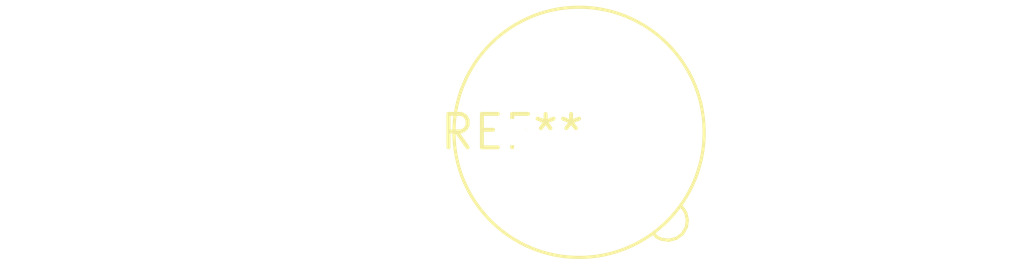
<source format=kicad_pcb>
(kicad_pcb (version 20240108) (generator pcbnew)
  (layers (0 "F.Cu" signal) (31 "B.Cu" signal) (34 "B.Paste" user) (35 "F.Paste" user) (36 "B.SilkS" user "B.Silkscreen") (37 "F.SilkS" user "F.Silkscreen") (38 "B.Mask" user) (39 "F.Mask" user) (44 "Edge.Cuts" user))
  (net 0 "")
  (footprint "Fuseholder_TR5_Littelfuse_No560_No460" (layer "F.Cu") (at 0 0)
    (property "Reference" "REF**")
    (property "Value" "Fuseholder_TR5_Littelfuse_No560_No460")
    (fp_line (start 5.49 3.99) (end 5.36 3.84) (layer "F.SilkS") (stroke (width 0.12)))
    (fp_line (start 5.67 4.07) (end 5.49 3.99) (layer "F.SilkS") (stroke (width 0.12)))
    (fp_line (start 5.96 4.11) (end 5.67 4.07) (layer "F.SilkS") (stroke (width 0.12)))
    (fp_line (start 6.25 4.03) (end 5.96 4.11) (layer "F.SilkS") (stroke (width 0.12)))
    (fp_line (start 6.39 2.79) (end 6.51 2.93) (layer "F.SilkS") (stroke (width 0.12)))
    (fp_line (start 6.47 3.86) (end 6.25 4.03) (layer "F.SilkS") (stroke (width 0.12)))
    (fp_line (start 6.51 2.93) (end 6.6 3.09) (layer "F.SilkS") (stroke (width 0.12)))
    (fp_line (start 6.6 3.09) (end 6.65 3.34) (layer "F.SilkS") (stroke (width 0.12)))
    (fp_line (start 6.62 3.6) (end 6.47 3.86) (layer "F.SilkS") (stroke (width 0.12)))
    (fp_line (start 6.65 3.34) (end 6.62 3.6) (layer "F.SilkS") (stroke (width 0.12)))
    (fp_circle (center 2.54 0.01) (end 7.29 0.01) (layer "F.SilkS") (stroke (width 0.12)) (fill none))
    (pad "1" thru_hole circle (at 0 0) (size 2 2) (drill 1) (layers *.Cu *.Mask) (remove_unused_layers))
    (pad "2" thru_hole circle (at 5.08 0.01) (size 2 2) (drill 1) (layers *.Cu *.Mask) (remove_unused_layers))
  )
)
</source>
